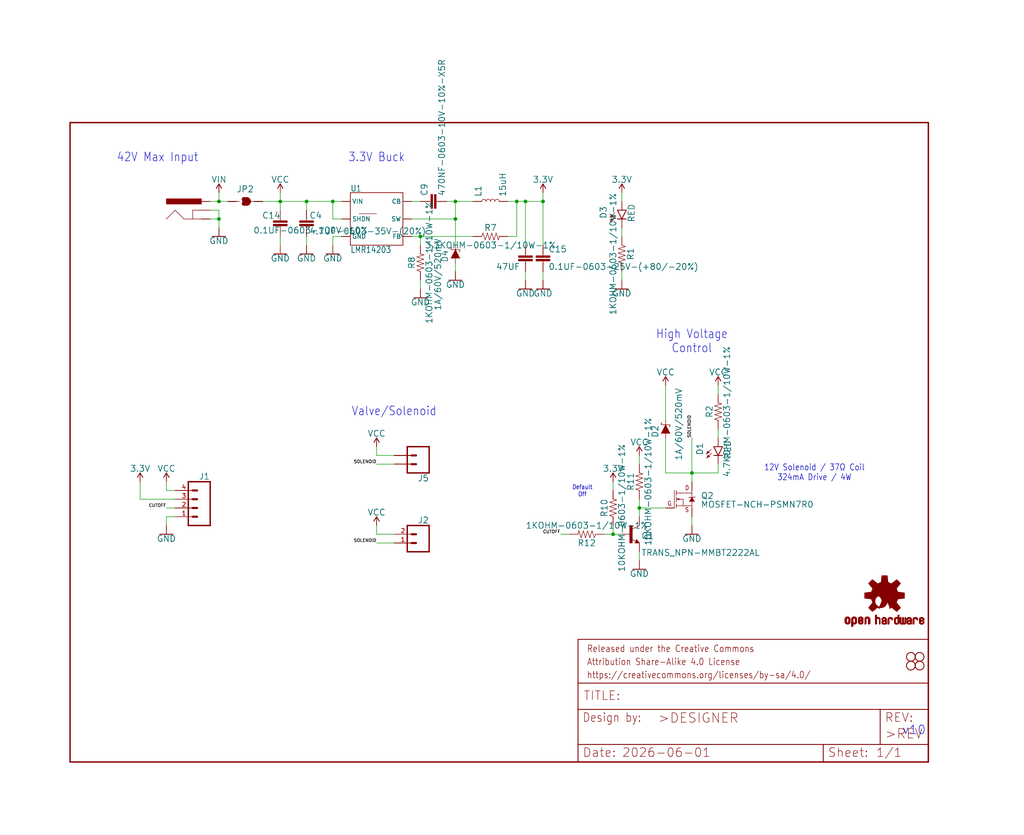
<source format=kicad_sch>
(kicad_sch (version 20230121) (generator eeschema)
  (paper "User" 297.002 242.138)
  (lib_symbols
    (symbol "working-eagle-import:0.1UF-0603-100V-10%"
      (property "Reference" "C" (at 1.524 2.921 0))
      (symbol "0.1UF-0603-100V-10%_1_0"
        (pin passive line (at 0 5.08 270) (length 2.54) (name "1") (number "1"))
        (pin passive line (at 0 -2.54 90) (length 2.54) (name "2") (number "2"))
      )
    )
    (symbol "working-eagle-import:0.1UF-0603-25V-(+80/-20%)"
      (property "Reference" "C" (at 1.524 2.921 0))
      (symbol "0.1UF-0603-25V-(+80/-20%)_1_0"
        (pin passive line (at 0 5.08 270) (length 2.54) (name "1") (number "1"))
        (pin passive line (at 0 -2.54 90) (length 2.54) (name "2") (number "2"))
      )
    )
    (symbol "working-eagle-import:10KOHM-0603-1/10W-1%"
      (property "Reference" "R" (at 0 1.524 0))
      (symbol "10KOHM-0603-1/10W-1%_1_0"
        (pin passive line (at -5.08 0 0) (length 2.54) (name "1") (number "1"))
        (pin passive line (at 5.08 0 180) (length 2.54) (name "2") (number "2"))
      )
    )
    (symbol "working-eagle-import:1KOHM-0603-1/10W-1%"
      (property "Reference" "R" (at 0 1.524 0))
      (symbol "1KOHM-0603-1/10W-1%_1_0"
        (pin passive line (at -5.08 0 0) (length 2.54) (name "1") (number "1"))
        (pin passive line (at 5.08 0 180) (length 2.54) (name "2") (number "2"))
      )
    )
    (symbol "working-eagle-import:3.3KOHM-0603-1/10W-1%"
      (property "Reference" "R" (at 0 1.524 0))
      (symbol "3.3KOHM-0603-1/10W-1%_1_0"
        (pin passive line (at -5.08 0 0) (length 2.54) (name "1") (number "1"))
        (pin passive line (at 5.08 0 180) (length 2.54) (name "2") (number "2"))
      )
    )
    (symbol "working-eagle-import:3.3V" (power)
      (property "Value" "3.3V" (at 0 2.794 0))
      (symbol "3.3V_1_0"
        (pin power_in line (at 0 0 90) (length 2.54) (name "3.3V") (number "1"))
      )
    )
    (symbol "working-eagle-import:4.7KOHM-0603-1/10W-1%"
      (property "Reference" "R" (at 0 1.524 0))
      (symbol "4.7KOHM-0603-1/10W-1%_1_0"
        (pin passive line (at -5.08 0 0) (length 2.54) (name "1") (number "1"))
        (pin passive line (at 5.08 0 180) (length 2.54) (name "2") (number "2"))
      )
    )
    (symbol "working-eagle-import:4.7UF-0603-35V-(20%)"
      (property "Reference" "C" (at 1.524 2.921 0))
      (symbol "4.7UF-0603-35V-(20%)_1_0"
        (pin passive line (at 0 5.08 270) (length 2.54) (name "1") (number "1"))
        (pin passive line (at 0 -2.54 90) (length 2.54) (name "2") (number "2"))
      )
    )
    (symbol "working-eagle-import:470NF-0603-10V-10%-X5R"
      (property "Reference" "C" (at 1.524 2.921 0))
      (symbol "470NF-0603-10V-10%-X5R_1_0"
        (pin passive line (at 0 5.08 270) (length 2.54) (name "1") (number "1"))
        (pin passive line (at 0 -2.54 90) (length 2.54) (name "2") (number "2"))
      )
    )
    (symbol "working-eagle-import:47UF"
      (symbol "47UF_1_0"
        (pin passive line (at 0 5.08 270) (length 2.54) (name "1") (number "1"))
        (pin passive line (at 0 -2.54 90) (length 2.54) (name "2") (number "2"))
      )
    )
    (symbol "working-eagle-import:CONN_021X02_NO_SILK"
      (property "Reference" "J" (at -2.54 5.588 0))
      (symbol "CONN_021X02_NO_SILK_1_0"
        (pin passive line (at 7.62 0 180) (length 5.08) (name "1") (number "1"))
        (pin passive line (at 7.62 2.54 180) (length 5.08) (name "2") (number "2"))
      )
    )
    (symbol "working-eagle-import:CONN_02SMALL_POKEHOME"
      (property "Reference" "J" (at -2.54 5.588 0))
      (symbol "CONN_02SMALL_POKEHOME_1_0"
        (pin passive line (at 7.62 0 180) (length 5.08) (name "1") (number "P1"))
        (pin passive line (at 7.62 2.54 180) (length 5.08) (name "2") (number "P2"))
        (pin passive line (at 7.62 0 180) (length 5.08) (name "1") (number "P3"))
        (pin passive line (at 7.62 2.54 180) (length 5.08) (name "2") (number "P4"))
      )
    )
    (symbol "working-eagle-import:CONN_041X04_NO_SILK_NO_POP"
      (property "Reference" "J" (at -5.08 8.128 0))
      (symbol "CONN_041X04_NO_SILK_NO_POP_1_0"
        (pin passive line (at 5.08 -2.54 180) (length 5.08) (name "1") (number "1"))
        (pin passive line (at 5.08 0 180) (length 5.08) (name "2") (number "2"))
        (pin passive line (at 5.08 2.54 180) (length 5.08) (name "3") (number "3"))
        (pin passive line (at 5.08 5.08 180) (length 5.08) (name "4") (number "4"))
      )
    )
    (symbol "working-eagle-import:DIODE-SCHOTTKY-MSS1P6-M3/89A"
      (property "Reference" "D" (at -2.54 2.032 0))
      (symbol "DIODE-SCHOTTKY-MSS1P6-M3/89A_1_0"
        (pin passive line (at -2.54 0 0) (length 0) (name "A") (number "A"))
        (pin passive line (at 2.54 0 180) (length 0) (name "C") (number "C"))
      )
    )
    (symbol "working-eagle-import:FRAME-LETTER"
      (symbol "FRAME-LETTER_2_0"
        (text "${#}/${##}" (at 86.36 1.27 0) (effects (font (size 2.54 2.54)) (justify left bottom)))
        (text "${CURRENT_DATE}" (at 12.7 1.27 0) (effects (font (size 2.54 2.54)) (justify left bottom)))
        (text "${PROJECTNAME}" (at 15.494 17.78 0) (effects (font (size 2.7432 2.7432)) (justify left bottom)))
        (text ">DESIGNER" (at 23.114 11.176 0) (effects (font (size 2.7432 2.7432)) (justify left bottom)))
        (text ">REV" (at 88.9 6.604 0) (effects (font (size 2.7432 2.7432)) (justify left bottom)))
        (text "Attribution Share-Alike 4.0 License" (at 2.54 27.94 0) (effects (font (size 1.9304 1.6408)) (justify left bottom)))
        (text "Date:" (at 1.27 1.27 0) (effects (font (size 2.54 2.54)) (justify left bottom)))
        (text "Design by:" (at 1.27 11.43 0) (effects (font (size 2.54 2.159)) (justify left bottom)))
        (text "https://creativecommons.org/licenses/by-sa/4.0/" (at 2.54 24.13 0) (effects (font (size 1.9304 1.6408)) (justify left bottom)))
        (text "Released under the Creative Commons" (at 2.54 31.75 0) (effects (font (size 1.9304 1.6408)) (justify left bottom)))
        (text "REV:" (at 88.9 11.43 0) (effects (font (size 2.54 2.54)) (justify left bottom)))
        (text "Sheet:" (at 72.39 1.27 0) (effects (font (size 2.54 2.54)) (justify left bottom)))
        (text "TITLE:" (at 1.524 17.78 0) (effects (font (size 2.54 2.54)) (justify left bottom)))
      )
    )
    (symbol "working-eagle-import:GND" (power)
      (property "Value" "GND" (at 0 -0.254 0))
      (symbol "GND_1_0"
        (pin power_in line (at 0 2.54 270) (length 2.54) (name "GND") (number "1"))
      )
    )
    (symbol "working-eagle-import:INDUCTOR-LHQ32-15UH"
      (property "Reference" "L" (at 1.27 2.54 0))
      (symbol "INDUCTOR-LHQ32-15UH_1_0"
        (pin passive line (at 0 5.08 270) (length 2.54) (name "1") (number "P$1"))
        (pin passive line (at 0 -5.08 90) (length 2.54) (name "2") (number "P$2"))
      )
    )
    (symbol "working-eagle-import:JUMPER-COMBO_2_NC_TRACE"
      (property "Reference" "JP" (at 0 2.794 0))
      (symbol "JUMPER-COMBO_2_NC_TRACE_1_0"
        (pin passive line (at -5.08 0 0) (length 2.54) (name "1") (number "1"))
        (pin passive line (at 5.08 0 180) (length 2.54) (name "2") (number "2"))
        (pin passive line (at -5.08 0 0) (length 2.54) (name "1") (number "3"))
        (pin passive line (at 5.08 0 180) (length 2.54) (name "2") (number "4"))
      )
    )
    (symbol "working-eagle-import:LED-RED0603"
      (property "Reference" "D" (at -3.429 -4.572 90))
      (symbol "LED-RED0603_1_0"
        (pin passive line (at 0 2.54 270) (length 2.54) (name "A") (number "A"))
        (pin passive line (at 0 -5.08 90) (length 2.54) (name "C") (number "C"))
      )
    )
    (symbol "working-eagle-import:LMR14203"
      (property "Reference" "U" (at -7.62 7.874 0))
      (symbol "LMR14203_1_0"
        (pin input line (at 10.16 5.08 180) (length 2.54) (name "CB") (number "1"))
        (pin power_in line (at -10.16 -5.08 0) (length 2.54) (name "GND") (number "2"))
        (pin input line (at 10.16 -5.08 180) (length 2.54) (name "FB") (number "3"))
        (pin input line (at -10.16 0 0) (length 2.54) (name "SHDN") (number "4"))
        (pin power_in line (at -10.16 5.08 0) (length 2.54) (name "VIN") (number "5"))
        (pin power_in line (at 10.16 0 180) (length 2.54) (name "SW") (number "6"))
      )
    )
    (symbol "working-eagle-import:MOSFET-NCH-PSMN7R0"
      (property "Reference" "Q" (at 5.08 0 0))
      (symbol "MOSFET-NCH-PSMN7R0_1_0"
        (text "D" (at 0.508 2.54 0) (effects (font (size 1.27 1.0795)) (justify left bottom)))
        (text "G" (at -3.302 -0.508 0) (effects (font (size 1.27 1.0795)) (justify right top)))
        (text "S" (at 0.508 -3.81 0) (effects (font (size 1.27 1.0795)) (justify left bottom)))
        (pin bidirectional line (at -5.08 -2.54 0) (length 2.54) (name "G") (number "1"))
        (pin bidirectional line (at 2.54 5.08 270) (length 2.54) (name "D") (number "2"))
        (pin bidirectional line (at 2.54 -5.08 90) (length 2.54) (name "S") (number "3"))
      )
    )
    (symbol "working-eagle-import:OSHW-LOGOS")
    (symbol "working-eagle-import:POWER_JACKSMD"
      (symbol "POWER_JACKSMD_1_0"
        (pin bidirectional line (at 2.54 5.08 180) (length 2.54) (name "GNDBREAK") (number "GND"))
        (pin bidirectional line (at 2.54 2.54 180) (length 2.54) (name "GND") (number "P$4"))
        (pin bidirectional line (at 2.54 7.62 180) (length 2.54) (name "PWR") (number "VIN0"))
      )
    )
    (symbol "working-eagle-import:STAND-OFF")
    (symbol "working-eagle-import:TRANS_NPN-MMBT2222AL"
      (property "Reference" "Q" (at 2.54 0 0))
      (symbol "TRANS_NPN-MMBT2222AL_1_0"
        (pin passive line (at -2.54 0 0) (length 2.54) (name "B") (number "1"))
        (pin passive line (at 2.54 -5.08 90) (length 2.54) (name "E") (number "2"))
        (pin passive line (at 2.54 5.08 270) (length 2.54) (name "C") (number "3"))
      )
    )
    (symbol "working-eagle-import:VCC" (power)
      (property "Value" "VCC" (at 0 2.794 0))
      (symbol "VCC_1_0"
        (pin power_in line (at 0 0 90) (length 2.54) (name "VCC") (number "1"))
      )
    )
    (symbol "working-eagle-import:VIN" (power)
      (property "Value" "VIN" (at 0 2.794 0))
      (symbol "VIN_1_0"
        (pin power_in line (at 0 0 90) (length 2.54) (name "VIN") (number "1"))
      )
    )
  )
  (junction (at 157.48 58.42))
  (junction (at 63.5 63.5))
  (junction (at 132.08 58.42))
  (junction (at 88.9 58.42))
  (junction (at 200.66 137.16))
  (junction (at 149.86 58.42))
  (junction (at 96.52 58.42))
  (junction (at 132.08 63.5))
  (junction (at 185.42 147.32))
  (junction (at 121.92 68.58))
  (junction (at 177.8 154.94))
  (junction (at 152.4 58.42))
  (junction (at 81.28 58.42))
  (junction (at 63.5 58.42))
  (wire (pts (xy 88.9 60.96) (xy 88.9 58.42)) (stroke (width 0.1524)))
  (wire (pts (xy 50.8 149.86) (xy 48.26 149.86)) (stroke (width 0.1524)))
  (wire (pts (xy 121.92 68.58) (xy 119.38 68.58)) (stroke (width 0.1524)))
  (wire (pts (xy 81.28 58.42) (xy 81.28 60.96)) (stroke (width 0.1524)))
  (wire (pts (xy 193.04 137.16) (xy 193.04 127)) (stroke (width 0.1524)))
  (wire (pts (xy 81.28 55.88) (xy 81.28 58.42)) (stroke (width 0.1524)))
  (wire (pts (xy 96.52 68.58) (xy 96.52 71.12)) (stroke (width 0.1524)))
  (wire (pts (xy 149.86 58.42) (xy 152.4 58.42)) (stroke (width 0.1524)))
  (wire (pts (xy 180.34 78.74) (xy 180.34 81.28)) (stroke (width 0.1524)))
  (wire (pts (xy 177.8 152.4) (xy 177.8 154.94)) (stroke (width 0.1524)))
  (wire (pts (xy 180.34 55.88) (xy 180.34 58.42)) (stroke (width 0.1524)))
  (wire (pts (xy 99.06 58.42) (xy 96.52 58.42)) (stroke (width 0.1524)))
  (wire (pts (xy 76.2 58.42) (xy 81.28 58.42)) (stroke (width 0.1524)))
  (wire (pts (xy 157.48 55.88) (xy 157.48 58.42)) (stroke (width 0.1524)))
  (wire (pts (xy 185.42 147.32) (xy 185.42 144.78)) (stroke (width 0.1524)))
  (wire (pts (xy 119.38 63.5) (xy 132.08 63.5)) (stroke (width 0.1524)))
  (wire (pts (xy 208.28 127) (xy 208.28 124.46)) (stroke (width 0.1524)))
  (wire (pts (xy 119.38 58.42) (xy 121.92 58.42)) (stroke (width 0.1524)))
  (wire (pts (xy 50.8 147.32) (xy 48.26 147.32)) (stroke (width 0.1524)))
  (wire (pts (xy 185.42 147.32) (xy 185.42 149.86)) (stroke (width 0.1524)))
  (wire (pts (xy 147.32 68.58) (xy 149.86 68.58)) (stroke (width 0.1524)))
  (wire (pts (xy 63.5 58.42) (xy 63.5 55.88)) (stroke (width 0.1524)))
  (wire (pts (xy 99.06 63.5) (xy 96.52 63.5)) (stroke (width 0.1524)))
  (wire (pts (xy 66.04 58.42) (xy 63.5 58.42)) (stroke (width 0.1524)))
  (wire (pts (xy 96.52 58.42) (xy 88.9 58.42)) (stroke (width 0.1524)))
  (wire (pts (xy 88.9 71.12) (xy 88.9 68.58)) (stroke (width 0.1524)))
  (wire (pts (xy 132.08 76.2) (xy 132.08 78.74)) (stroke (width 0.1524)))
  (wire (pts (xy 152.4 58.42) (xy 157.48 58.42)) (stroke (width 0.1524)))
  (wire (pts (xy 177.8 139.7) (xy 177.8 142.24)) (stroke (width 0.1524)))
  (wire (pts (xy 99.06 68.58) (xy 96.52 68.58)) (stroke (width 0.1524)))
  (wire (pts (xy 132.08 58.42) (xy 137.16 58.42)) (stroke (width 0.1524)))
  (wire (pts (xy 96.52 58.42) (xy 96.52 63.5)) (stroke (width 0.1524)))
  (wire (pts (xy 40.64 144.78) (xy 40.64 139.7)) (stroke (width 0.1524)))
  (wire (pts (xy 63.5 60.96) (xy 63.5 63.5)) (stroke (width 0.1524)))
  (wire (pts (xy 132.08 71.12) (xy 132.08 63.5)) (stroke (width 0.1524)))
  (wire (pts (xy 114.3 132.08) (xy 109.22 132.08)) (stroke (width 0.1524)))
  (wire (pts (xy 88.9 58.42) (xy 81.28 58.42)) (stroke (width 0.1524)))
  (wire (pts (xy 157.48 81.28) (xy 157.48 78.74)) (stroke (width 0.1524)))
  (wire (pts (xy 149.86 68.58) (xy 149.86 58.42)) (stroke (width 0.1524)))
  (wire (pts (xy 109.22 154.94) (xy 109.22 152.4)) (stroke (width 0.1524)))
  (wire (pts (xy 200.66 149.86) (xy 200.66 152.4)) (stroke (width 0.1524)))
  (wire (pts (xy 121.92 71.12) (xy 121.92 68.58)) (stroke (width 0.1524)))
  (wire (pts (xy 129.54 58.42) (xy 132.08 58.42)) (stroke (width 0.1524)))
  (wire (pts (xy 165.1 154.94) (xy 162.56 154.94)) (stroke (width 0.1524)))
  (wire (pts (xy 175.26 154.94) (xy 177.8 154.94)) (stroke (width 0.1524)))
  (wire (pts (xy 200.66 137.16) (xy 200.66 127)) (stroke (width 0.1524)))
  (wire (pts (xy 121.92 83.82) (xy 121.92 81.28)) (stroke (width 0.1524)))
  (wire (pts (xy 208.28 111.76) (xy 208.28 114.3)) (stroke (width 0.1524)))
  (wire (pts (xy 63.5 63.5) (xy 63.5 66.04)) (stroke (width 0.1524)))
  (wire (pts (xy 200.66 137.16) (xy 208.28 137.16)) (stroke (width 0.1524)))
  (wire (pts (xy 149.86 58.42) (xy 147.32 58.42)) (stroke (width 0.1524)))
  (wire (pts (xy 193.04 111.76) (xy 193.04 121.92)) (stroke (width 0.1524)))
  (wire (pts (xy 60.96 63.5) (xy 63.5 63.5)) (stroke (width 0.1524)))
  (wire (pts (xy 185.42 132.08) (xy 185.42 134.62)) (stroke (width 0.1524)))
  (wire (pts (xy 157.48 58.42) (xy 157.48 71.12)) (stroke (width 0.1524)))
  (wire (pts (xy 48.26 142.24) (xy 48.26 139.7)) (stroke (width 0.1524)))
  (wire (pts (xy 193.04 147.32) (xy 185.42 147.32)) (stroke (width 0.1524)))
  (wire (pts (xy 50.8 142.24) (xy 48.26 142.24)) (stroke (width 0.1524)))
  (wire (pts (xy 180.34 66.04) (xy 180.34 68.58)) (stroke (width 0.1524)))
  (wire (pts (xy 48.26 149.86) (xy 48.26 152.4)) (stroke (width 0.1524)))
  (wire (pts (xy 132.08 63.5) (xy 132.08 58.42)) (stroke (width 0.1524)))
  (wire (pts (xy 50.8 144.78) (xy 40.64 144.78)) (stroke (width 0.1524)))
  (wire (pts (xy 114.3 134.62) (xy 109.22 134.62)) (stroke (width 0.1524)))
  (wire (pts (xy 185.42 160.02) (xy 185.42 162.56)) (stroke (width 0.1524)))
  (wire (pts (xy 152.4 58.42) (xy 152.4 71.12)) (stroke (width 0.1524)))
  (wire (pts (xy 114.3 157.48) (xy 109.22 157.48)) (stroke (width 0.1524)))
  (wire (pts (xy 137.16 68.58) (xy 121.92 68.58)) (stroke (width 0.1524)))
  (wire (pts (xy 114.3 154.94) (xy 109.22 154.94)) (stroke (width 0.1524)))
  (wire (pts (xy 200.66 139.7) (xy 200.66 137.16)) (stroke (width 0.1524)))
  (wire (pts (xy 109.22 132.08) (xy 109.22 129.54)) (stroke (width 0.1524)))
  (wire (pts (xy 60.96 60.96) (xy 63.5 60.96)) (stroke (width 0.1524)))
  (wire (pts (xy 81.28 68.58) (xy 81.28 71.12)) (stroke (width 0.1524)))
  (wire (pts (xy 152.4 81.28) (xy 152.4 78.74)) (stroke (width 0.1524)))
  (wire (pts (xy 208.28 137.16) (xy 208.28 134.62)) (stroke (width 0.1524)))
  (wire (pts (xy 60.96 58.42) (xy 63.5 58.42)) (stroke (width 0.1524)))
  (wire (pts (xy 177.8 154.94) (xy 180.34 154.94)) (stroke (width 0.1524)))
  (wire (pts (xy 200.66 137.16) (xy 193.04 137.16)) (stroke (width 0.1524)))
  (text "12V Solenoid / 37Ω Coil\n324mA Drive / 4W" (at 236.22 137.16 0) (effects (font (size 1.778 1.5113))))
  (text "High Voltage\nControl" (at 200.66 99.06 0) (effects (font (size 2.54 2.159))))
  (text "42V Max Input" (at 45.72 45.72 0) (effects (font (size 2.54 2.159))))
  (text "Default\nOff" (at 168.91 142.494 0) (effects (font (size 1.27 1.0795))))
  (text "v10" (at 261.62 213.36 0) (effects (font (size 2.54 2.54)) (justify left bottom)))
  (text "Valve/Solenoid" (at 114.3 119.38 0) (effects (font (size 2.54 2.159))))
  (text "3.3V Buck" (at 109.22 45.72 0) (effects (font (size 2.54 2.159))))
  (label "SOLENOID" (at 109.22 134.62 180) (effects (font (size 0.889 0.889))))
  (label "CUTOFF" (at 162.56 154.94 180) (effects (font (size 0.889 0.889))))
  (label "SOLENOID" (at 200.66 127 90) (effects (font (size 0.889 0.889))))
  (label "SOLENOID" (at 109.22 157.48 180) (effects (font (size 0.889 0.889))))
  (label "CUTOFF" (at 48.26 147.32 180) (effects (font (size 0.889 0.889))))
  (symbol (lib_id "working-eagle-import:47UF") (at 152.4 76.2 0) (mirror y) (unit 1)
    (property "Reference" "C12" (effects hide))
    (property "Value" "47UF" (at 150.876 78.359 0) (effects (font (size 1.778 1.778)) (justify left bottom)))
    (property "Footprint" "working:0805" (effects hide))
  )
  (symbol (lib_id "working-eagle-import:GND") (at 132.08 81.28 0) (mirror y) (unit 1)
    (property "Reference" "#GND24" (effects hide))
    (property "Value" "GND" (at 132.08 81.534 0) (effects (font (size 1.778 1.778)) (justify top)))
  )
  (symbol (lib_id "working-eagle-import:GND") (at 152.4 83.82 0) (mirror y) (unit 1)
    (property "Reference" "#GND25" (effects hide))
    (property "Value" "GND" (at 152.4 84.074 0) (effects (font (size 1.778 1.778)) (justify top)))
  )
  (symbol (lib_id "working-eagle-import:CONN_041X04_NO_SILK_NO_POP") (at 55.88 147.32 0) (mirror y) (unit 1)
    (property "Reference" "J1" (at 60.96 139.192 0) (effects (font (size 1.778 1.778)) (justify left bottom)))
    (property "Value" "CONN_041X04_NO_SILK_NO_POP" (effects hide))
    (property "Footprint" "working:1X04_NO_SILK" (effects hide))
  )
  (symbol (lib_id "working-eagle-import:DIODE-SCHOTTKY-MSS1P6-M3/89A") (at 132.08 73.66 90) (unit 1)
    (property "Reference" "D4" (at 130.048 76.2 0) (effects (font (size 1.778 1.778)) (justify left bottom)))
    (property "Value" "1A/60V/520mV" (at 125.984 90.17 0) (effects (font (size 1.778 1.778)) (justify left top)))
    (property "Footprint" "working:DIODE-MICRO-SMP" (effects hide))
  )
  (symbol (lib_id "working-eagle-import:VCC") (at 48.26 139.7 0) (unit 1)
    (property "Reference" "#SUPPLY2" (effects hide))
    (property "Value" "VCC" (at 48.26 136.906 0) (effects (font (size 1.778 1.778)) (justify bottom)))
  )
  (symbol (lib_id "working-eagle-import:VCC") (at 81.28 55.88 0) (unit 1)
    (property "Reference" "#SUPPLY4" (effects hide))
    (property "Value" "VCC" (at 81.28 53.086 0) (effects (font (size 1.778 1.778)) (justify bottom)))
  )
  (symbol (lib_id "working-eagle-import:VCC") (at 185.42 132.08 0) (unit 1)
    (property "Reference" "#SUPPLY11" (effects hide))
    (property "Value" "VCC" (at 185.42 129.286 0) (effects (font (size 1.778 1.778)) (justify bottom)))
  )
  (symbol (lib_id "working-eagle-import:GND") (at 200.66 154.94 0) (unit 1)
    (property "Reference" "#GND29" (effects hide))
    (property "Value" "GND" (at 200.66 155.194 0) (effects (font (size 1.778 1.778)) (justify top)))
  )
  (symbol (lib_id "working-eagle-import:DIODE-SCHOTTKY-MSS1P6-M3/89A") (at 193.04 124.46 90) (unit 1)
    (property "Reference" "D2" (at 191.008 127 0) (effects (font (size 1.778 1.778)) (justify left bottom)))
    (property "Value" "1A/60V/520mV" (at 195.834 133.604 0) (effects (font (size 1.778 1.778)) (justify left top)))
    (property "Footprint" "working:DIODE-MICRO-SMP" (effects hide))
  )
  (symbol (lib_id "working-eagle-import:1KOHM-0603-1/10W-1%") (at 170.18 154.94 180) (unit 1)
    (property "Reference" "R12" (at 170.18 156.464 0) (effects (font (size 1.778 1.778)) (justify bottom)))
    (property "Value" "1KOHM-0603-1/10W-1%" (at 170.18 153.416 0) (effects (font (size 1.778 1.778)) (justify top)))
    (property "Footprint" "working:0603" (effects hide))
  )
  (symbol (lib_id "working-eagle-import:JUMPER-COMBO_2_NC_TRACE") (at 71.12 58.42 0) (unit 1)
    (property "Reference" "JP2" (at 68.58 55.88 0) (effects (font (size 1.778 1.778)) (justify left bottom)))
    (property "Value" "JUMPER-COMBO_2_NC_TRACE" (effects hide))
    (property "Footprint" "working:COMBO-JUMPER_2_NC_TRACE" (effects hide))
  )
  (symbol (lib_id "working-eagle-import:GND") (at 63.5 68.58 0) (unit 1)
    (property "Reference" "#GND11" (effects hide))
    (property "Value" "GND" (at 63.5 68.834 0) (effects (font (size 1.778 1.778)) (justify top)))
  )
  (symbol (lib_id "working-eagle-import:FRAME-LETTER") (at 167.64 220.98 0) (unit 2)
    (property "Reference" "FRAME2" (effects hide))
    (property "Value" "FRAME-LETTER" (effects hide))
    (property "Footprint" "working:CREATIVE_COMMONS" (effects hide))
  )
  (symbol (lib_id "working-eagle-import:LED-RED0603") (at 180.34 60.96 0) (unit 1)
    (property "Reference" "D3" (at 176.022 63.5 90) (effects (font (size 1.778 1.778)) (justify left bottom)))
    (property "Value" "RED" (at 182.118 64.516 90) (effects (font (size 1.778 1.778)) (justify left top)))
    (property "Footprint" "working:LED-0603" (effects hide))
  )
  (symbol (lib_id "working-eagle-import:STAND-OFF") (at 264.16 193.04 0) (unit 1)
    (property "Reference" "H3" (effects hide))
    (property "Value" "STAND-OFF" (effects hide))
    (property "Footprint" "working:STAND-OFF" (effects hide))
  )
  (symbol (lib_id "working-eagle-import:VCC") (at 109.22 129.54 0) (unit 1)
    (property "Reference" "#SUPPLY9" (effects hide))
    (property "Value" "VCC" (at 109.22 126.746 0) (effects (font (size 1.778 1.778)) (justify bottom)))
  )
  (symbol (lib_id "working-eagle-import:GND") (at 185.42 165.1 0) (unit 1)
    (property "Reference" "#GND12" (effects hide))
    (property "Value" "GND" (at 185.42 165.354 0) (effects (font (size 1.778 1.778)) (justify top)))
  )
  (symbol (lib_id "working-eagle-import:GND") (at 180.34 83.82 0) (mirror y) (unit 1)
    (property "Reference" "#GND2" (effects hide))
    (property "Value" "GND" (at 180.34 84.074 0) (effects (font (size 1.778 1.778)) (justify top)))
  )
  (symbol (lib_id "working-eagle-import:LED-RED0603") (at 208.28 129.54 0) (unit 1)
    (property "Reference" "D1" (at 203.962 132.08 90) (effects (font (size 1.778 1.778)) (justify left bottom)))
    (property "Value" "RED" (at 210.058 133.096 90) (effects (font (size 1.778 1.778)) (justify left top)))
    (property "Footprint" "working:LED-0603" (effects hide))
  )
  (symbol (lib_id "working-eagle-import:POWER_JACKSMD") (at 58.42 66.04 0) (unit 1)
    (property "Reference" "J3" (effects hide))
    (property "Value" "POWER_JACKSMD" (effects hide))
    (property "Footprint" "working:POWER_JACK_SMD" (effects hide))
  )
  (symbol (lib_id "working-eagle-import:4.7UF-0603-35V-(20%)") (at 88.9 66.04 0) (unit 1)
    (property "Reference" "C4" (at 89.662 63.5 0) (effects (font (size 1.778 1.778)) (justify left bottom)))
    (property "Value" "4.7UF-0603-35V-(20%)" (at 89.662 68.072 0) (effects (font (size 1.778 1.778)) (justify left bottom)))
    (property "Footprint" "working:0603" (effects hide))
  )
  (symbol (lib_id "working-eagle-import:10KOHM-0603-1/10W-1%") (at 185.42 139.7 90) (unit 1)
    (property "Reference" "R11" (at 183.896 139.7 0) (effects (font (size 1.778 1.778)) (justify bottom)))
    (property "Value" "10KOHM-0603-1/10W-1%" (at 186.944 139.7 0) (effects (font (size 1.778 1.778)) (justify top)))
    (property "Footprint" "working:0603" (effects hide))
  )
  (symbol (lib_id "working-eagle-import:VCC") (at 193.04 111.76 0) (unit 1)
    (property "Reference" "#SUPPLY7" (effects hide))
    (property "Value" "VCC" (at 193.04 108.966 0) (effects (font (size 1.778 1.778)) (justify bottom)))
  )
  (symbol (lib_id "working-eagle-import:1KOHM-0603-1/10W-1%") (at 180.34 73.66 270) (unit 1)
    (property "Reference" "R1" (at 181.864 73.66 0) (effects (font (size 1.778 1.778)) (justify bottom)))
    (property "Value" "1KOHM-0603-1/10W-1%" (at 178.816 73.66 0) (effects (font (size 1.778 1.778)) (justify top)))
    (property "Footprint" "working:0603" (effects hide))
  )
  (symbol (lib_id "working-eagle-import:STAND-OFF") (at 264.16 190.5 0) (unit 1)
    (property "Reference" "H4" (effects hide))
    (property "Value" "STAND-OFF" (effects hide))
    (property "Footprint" "working:STAND-OFF" (effects hide))
  )
  (symbol (lib_id "working-eagle-import:3.3V") (at 157.48 55.88 0) (unit 1)
    (property "Reference" "#SUPPLY30" (effects hide))
    (property "Value" "3.3V" (at 157.48 53.086 0) (effects (font (size 1.778 1.778)) (justify bottom)))
  )
  (symbol (lib_id "working-eagle-import:470NF-0603-10V-10%-X5R") (at 127 58.42 90) (unit 1)
    (property "Reference" "C9" (at 124.079 56.896 0) (effects (font (size 1.778 1.778)) (justify left bottom)))
    (property "Value" "470NF-0603-10V-10%-X5R" (at 129.159 56.896 0) (effects (font (size 1.778 1.778)) (justify left bottom)))
    (property "Footprint" "working:0603" (effects hide))
  )
  (symbol (lib_id "working-eagle-import:3.3V") (at 40.64 139.7 0) (unit 1)
    (property "Reference" "#SUPPLY5" (effects hide))
    (property "Value" "3.3V" (at 40.64 136.906 0) (effects (font (size 1.778 1.778)) (justify bottom)))
  )
  (symbol (lib_id "working-eagle-import:GND") (at 96.52 73.66 0) (mirror y) (unit 1)
    (property "Reference" "#GND22" (effects hide))
    (property "Value" "GND" (at 96.52 73.914 0) (effects (font (size 1.778 1.778)) (justify top)))
  )
  (symbol (lib_id "working-eagle-import:VIN") (at 63.5 55.88 0) (unit 1)
    (property "Reference" "#SUPPLY3" (effects hide))
    (property "Value" "VIN" (at 63.5 53.086 0) (effects (font (size 1.778 1.778)) (justify bottom)))
  )
  (symbol (lib_id "working-eagle-import:CONN_02SMALL_POKEHOME") (at 121.92 132.08 180) (unit 1)
    (property "Reference" "J5" (at 124.46 137.668 0) (effects (font (size 1.778 1.778)) (justify left bottom)))
    (property "Value" "CONN_02SMALL_POKEHOME" (effects hide))
    (property "Footprint" "working:1X02_POKEHOME" (effects hide))
  )
  (symbol (lib_id "working-eagle-import:GND") (at 121.92 86.36 0) (mirror y) (unit 1)
    (property "Reference" "#GND23" (effects hide))
    (property "Value" "GND" (at 121.92 86.614 0) (effects (font (size 1.778 1.778)) (justify top)))
  )
  (symbol (lib_id "working-eagle-import:TRANS_NPN-MMBT2222AL") (at 182.88 154.94 0) (unit 1)
    (property "Reference" "Q1" (at 185.928 156.464 0) (effects (font (size 1.778 1.778)) (justify left bottom)))
    (property "Value" "TRANS_NPN-MMBT2222AL" (at 185.928 161.29 0) (effects (font (size 1.778 1.778)) (justify left bottom)))
    (property "Footprint" "working:SOT23-3" (effects hide))
  )
  (symbol (lib_id "working-eagle-import:3.3KOHM-0603-1/10W-1%") (at 142.24 68.58 0) (unit 1)
    (property "Reference" "R7" (at 142.24 67.056 0) (effects (font (size 1.778 1.778)) (justify bottom)))
    (property "Value" "3.3KOHM-0603-1/10W-1%" (at 142.24 70.104 0) (effects (font (size 1.778 1.778)) (justify top)))
    (property "Footprint" "working:0603" (effects hide))
  )
  (symbol (lib_id "working-eagle-import:OSHW-LOGOS") (at 256.54 172.72 0) (unit 1)
    (property "Reference" "LOGO1" (effects hide))
    (property "Value" "OSHW-LOGOS" (effects hide))
    (property "Footprint" "working:OSHW-LOGO-S" (effects hide))
  )
  (symbol (lib_id "working-eagle-import:GND") (at 157.48 83.82 0) (mirror y) (unit 1)
    (property "Reference" "#GND26" (effects hide))
    (property "Value" "GND" (at 157.48 84.074 0) (effects (font (size 1.778 1.778)) (justify top)))
  )
  (symbol (lib_id "working-eagle-import:0.1UF-0603-100V-10%") (at 81.28 66.04 0) (unit 1)
    (property "Reference" "C14" (at 75.946 63.5 0) (effects (font (size 1.778 1.778)) (justify left bottom)))
    (property "Value" "0.1UF-0603-100V-10%" (at 73.406 67.818 0) (effects (font (size 1.778 1.778)) (justify left bottom)))
    (property "Footprint" "working:0603" (effects hide))
  )
  (symbol (lib_id "working-eagle-import:3.3V") (at 180.34 55.88 0) (unit 1)
    (property "Reference" "#SUPPLY8" (effects hide))
    (property "Value" "3.3V" (at 180.34 53.086 0) (effects (font (size 1.778 1.778)) (justify bottom)))
  )
  (symbol (lib_id "working-eagle-import:CONN_021X02_NO_SILK") (at 121.92 157.48 0) (mirror y) (unit 1)
    (property "Reference" "J2" (at 124.46 151.892 0) (effects (font (size 1.778 1.778)) (justify left bottom)))
    (property "Value" "CONN_021X02_NO_SILK" (effects hide))
    (property "Footprint" "working:1X02_NO_SILK" (effects hide))
  )
  (symbol (lib_id "working-eagle-import:3.3V") (at 177.8 139.7 0) (unit 1)
    (property "Reference" "#SUPPLY12" (effects hide))
    (property "Value" "3.3V" (at 177.8 136.906 0) (effects (font (size 1.778 1.778)) (justify bottom)))
  )
  (symbol (lib_id "working-eagle-import:VCC") (at 208.28 111.76 0) (unit 1)
    (property "Reference" "#SUPPLY1" (effects hide))
    (property "Value" "VCC" (at 208.28 108.966 0) (effects (font (size 1.778 1.778)) (justify bottom)))
  )
  (symbol (lib_id "working-eagle-import:STAND-OFF") (at 266.7 193.04 0) (unit 1)
    (property "Reference" "H2" (effects hide))
    (property "Value" "STAND-OFF" (effects hide))
    (property "Footprint" "working:STAND-OFF" (effects hide))
  )
  (symbol (lib_id "working-eagle-import:STAND-OFF") (at 266.7 190.5 0) (unit 1)
    (property "Reference" "H1" (effects hide))
    (property "Value" "STAND-OFF" (effects hide))
    (property "Footprint" "working:STAND-OFF" (effects hide))
  )
  (symbol (lib_id "working-eagle-import:LMR14203") (at 109.22 63.5 0) (unit 1)
    (property "Reference" "U1" (at 101.6 55.626 0) (effects (font (size 1.778 1.5113)) (justify left bottom)))
    (property "Value" "LMR14203" (at 101.6 73.406 0) (effects (font (size 1.778 1.5113)) (justify left bottom)))
    (property "Footprint" "working:SOT23-6" (effects hide))
  )
  (symbol (lib_id "working-eagle-import:10KOHM-0603-1/10W-1%") (at 177.8 147.32 90) (unit 1)
    (property "Reference" "R10" (at 176.276 147.32 0) (effects (font (size 1.778 1.778)) (justify bottom)))
    (property "Value" "10KOHM-0603-1/10W-1%" (at 179.324 147.32 0) (effects (font (size 1.778 1.778)) (justify top)))
    (property "Footprint" "working:0603" (effects hide))
  )
  (symbol (lib_id "working-eagle-import:FRAME-LETTER") (at 20.32 220.98 0) (unit 1)
    (property "Reference" "FRAME2" (effects hide))
    (property "Value" "FRAME-LETTER" (effects hide))
    (property "Footprint" "working:CREATIVE_COMMONS" (effects hide))
  )
  (symbol (lib_id "working-eagle-import:GND") (at 81.28 73.66 0) (mirror y) (unit 1)
    (property "Reference" "#GND21" (effects hide))
    (property "Value" "GND" (at 81.28 73.914 0) (effects (font (size 1.778 1.778)) (justify top)))
  )
  (symbol (lib_id "working-eagle-import:INDUCTOR-LHQ32-15UH") (at 142.24 58.42 90) (unit 1)
    (property "Reference" "L1" (at 139.7 57.15 0) (effects (font (size 1.778 1.778)) (justify left bottom)))
    (property "Value" "15uH" (at 144.78 57.15 0) (effects (font (size 1.778 1.778)) (justify left top)))
    (property "Footprint" "working:INDUCTOR_LQH32" (effects hide))
  )
  (symbol (lib_id "working-eagle-import:VCC") (at 109.22 152.4 0) (unit 1)
    (property "Reference" "#SUPPLY6" (effects hide))
    (property "Value" "VCC" (at 109.22 149.606 0) (effects (font (size 1.778 1.778)) (justify bottom)))
  )
  (symbol (lib_id "working-eagle-import:GND") (at 48.26 154.94 0) (unit 1)
    (property "Reference" "#GND1" (effects hide))
    (property "Value" "GND" (at 48.26 155.194 0) (effects (font (size 1.778 1.778)) (justify top)))
  )
  (symbol (lib_id "working-eagle-import:4.7KOHM-0603-1/10W-1%") (at 208.28 119.38 90) (unit 1)
    (property "Reference" "R2" (at 206.756 119.38 0) (effects (font (size 1.778 1.778)) (justify bottom)))
    (property "Value" "4.7KOHM-0603-1/10W-1%" (at 209.804 119.38 0) (effects (font (size 1.778 1.778)) (justify top)))
    (property "Footprint" "working:0603" (effects hide))
  )
  (symbol (lib_id "working-eagle-import:GND") (at 88.9 73.66 0) (mirror y) (unit 1)
    (property "Reference" "#GND20" (effects hide))
    (property "Value" "GND" (at 88.9 73.914 0) (effects (font (size 1.778 1.778)) (justify top)))
  )
  (symbol (lib_id "working-eagle-import:MOSFET-NCH-PSMN7R0") (at 198.12 144.78 0) (unit 1)
    (property "Reference" "Q2" (at 203.2 144.78 0) (effects (font (size 1.778 1.778)) (justify left bottom)))
    (property "Value" "MOSFET-NCH-PSMN7R0" (at 203.2 147.32 0) (effects (font (size 1.778 1.778)) (justify left bottom)))
    (property "Footprint" "working:TO-263_D2PAK" (effects hide))
  )
  (symbol (lib_id "working-eagle-import:0.1UF-0603-25V-(+80/-20%)") (at 157.48 76.2 0) (unit 1)
    (property "Reference" "C15" (at 159.004 73.279 0) (effects (font (size 1.778 1.778)) (justify left bottom)))
    (property "Value" "0.1UF-0603-25V-(+80/-20%)" (at 159.004 78.359 0) (effects (font (size 1.778 1.778)) (justify left bottom)))
    (property "Footprint" "working:0603" (effects hide))
  )
  (symbol (lib_id "working-eagle-import:1KOHM-0603-1/10W-1%") (at 121.92 76.2 90) (unit 1)
    (property "Reference" "R8" (at 120.396 76.2 0) (effects (font (size 1.778 1.778)) (justify bottom)))
    (property "Value" "1KOHM-0603-1/10W-1%" (at 123.444 76.2 0) (effects (font (size 1.778 1.778)) (justify top)))
    (property "Footprint" "working:0603" (effects hide))
  )
)
</source>
